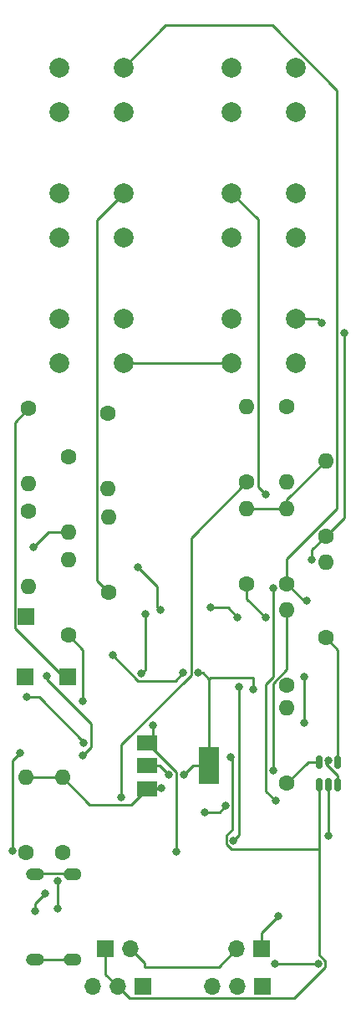
<source format=gbr>
%TF.GenerationSoftware,KiCad,Pcbnew,(6.0.5)*%
%TF.CreationDate,2022-08-02T11:06:51+05:30*%
%TF.ProjectId,ESP12 Smart Remote,45535031-3220-4536-9d61-72742052656d,rev?*%
%TF.SameCoordinates,Original*%
%TF.FileFunction,Copper,L2,Bot*%
%TF.FilePolarity,Positive*%
%FSLAX46Y46*%
G04 Gerber Fmt 4.6, Leading zero omitted, Abs format (unit mm)*
G04 Created by KiCad (PCBNEW (6.0.5)) date 2022-08-02 11:06:51*
%MOMM*%
%LPD*%
G01*
G04 APERTURE LIST*
G04 Aperture macros list*
%AMRoundRect*
0 Rectangle with rounded corners*
0 $1 Rounding radius*
0 $2 $3 $4 $5 $6 $7 $8 $9 X,Y pos of 4 corners*
0 Add a 4 corners polygon primitive as box body*
4,1,4,$2,$3,$4,$5,$6,$7,$8,$9,$2,$3,0*
0 Add four circle primitives for the rounded corners*
1,1,$1+$1,$2,$3*
1,1,$1+$1,$4,$5*
1,1,$1+$1,$6,$7*
1,1,$1+$1,$8,$9*
0 Add four rect primitives between the rounded corners*
20,1,$1+$1,$2,$3,$4,$5,0*
20,1,$1+$1,$4,$5,$6,$7,0*
20,1,$1+$1,$6,$7,$8,$9,0*
20,1,$1+$1,$8,$9,$2,$3,0*%
G04 Aperture macros list end*
%TA.AperFunction,EtchedComponent*%
%ADD10C,0.010000*%
%TD*%
%TA.AperFunction,ComponentPad*%
%ADD11C,2.000000*%
%TD*%
%TA.AperFunction,ComponentPad*%
%ADD12C,1.600000*%
%TD*%
%TA.AperFunction,ComponentPad*%
%ADD13O,1.600000X1.600000*%
%TD*%
%TA.AperFunction,ComponentPad*%
%ADD14R,1.700000X1.700000*%
%TD*%
%TA.AperFunction,ComponentPad*%
%ADD15O,1.700000X1.700000*%
%TD*%
%TA.AperFunction,ComponentPad*%
%ADD16O,1.600000X0.800000*%
%TD*%
%TA.AperFunction,SMDPad,CuDef*%
%ADD17R,2.000000X1.500000*%
%TD*%
%TA.AperFunction,SMDPad,CuDef*%
%ADD18R,2.000000X3.800000*%
%TD*%
%TA.AperFunction,SMDPad,CuDef*%
%ADD19RoundRect,0.150000X0.150000X-0.512500X0.150000X0.512500X-0.150000X0.512500X-0.150000X-0.512500X0*%
%TD*%
%TA.AperFunction,ViaPad*%
%ADD20C,0.800000*%
%TD*%
%TA.AperFunction,Conductor*%
%ADD21C,0.250000*%
%TD*%
G04 APERTURE END LIST*
%TO.C,J1*%
G36*
X140499000Y-126449000D02*
G01*
X140527000Y-126451000D01*
X140556000Y-126455000D01*
X140584000Y-126460000D01*
X140612000Y-126467000D01*
X140640000Y-126475000D01*
X140667000Y-126485000D01*
X140694000Y-126496000D01*
X140720000Y-126508000D01*
X140745000Y-126522000D01*
X140770000Y-126537000D01*
X140793000Y-126553000D01*
X140816000Y-126571000D01*
X140838000Y-126589000D01*
X140859000Y-126609000D01*
X140879000Y-126630000D01*
X140897000Y-126652000D01*
X140915000Y-126675000D01*
X140931000Y-126698000D01*
X140946000Y-126723000D01*
X140960000Y-126748000D01*
X140972000Y-126774000D01*
X140983000Y-126801000D01*
X140993000Y-126828000D01*
X141001000Y-126856000D01*
X141008000Y-126884000D01*
X141013000Y-126912000D01*
X141017000Y-126941000D01*
X141019000Y-126969000D01*
X141020000Y-126998000D01*
X141019000Y-127027000D01*
X141017000Y-127055000D01*
X141013000Y-127084000D01*
X141008000Y-127112000D01*
X141001000Y-127140000D01*
X140993000Y-127168000D01*
X140983000Y-127195000D01*
X140972000Y-127222000D01*
X140960000Y-127248000D01*
X140946000Y-127273000D01*
X140931000Y-127298000D01*
X140915000Y-127321000D01*
X140897000Y-127344000D01*
X140879000Y-127366000D01*
X140859000Y-127387000D01*
X140838000Y-127407000D01*
X140816000Y-127425000D01*
X140793000Y-127443000D01*
X140770000Y-127459000D01*
X140745000Y-127474000D01*
X140720000Y-127488000D01*
X140694000Y-127500000D01*
X140667000Y-127511000D01*
X140640000Y-127521000D01*
X140612000Y-127529000D01*
X140584000Y-127536000D01*
X140556000Y-127541000D01*
X140527000Y-127545000D01*
X140499000Y-127547000D01*
X140470000Y-127548000D01*
X139870000Y-127548000D01*
X139841000Y-127547000D01*
X139813000Y-127545000D01*
X139784000Y-127541000D01*
X139756000Y-127536000D01*
X139728000Y-127529000D01*
X139700000Y-127521000D01*
X139673000Y-127511000D01*
X139646000Y-127500000D01*
X139620000Y-127488000D01*
X139595000Y-127474000D01*
X139570000Y-127459000D01*
X139547000Y-127443000D01*
X139524000Y-127425000D01*
X139502000Y-127407000D01*
X139481000Y-127387000D01*
X139461000Y-127366000D01*
X139443000Y-127344000D01*
X139425000Y-127321000D01*
X139409000Y-127298000D01*
X139394000Y-127273000D01*
X139380000Y-127248000D01*
X139368000Y-127222000D01*
X139357000Y-127195000D01*
X139347000Y-127168000D01*
X139339000Y-127140000D01*
X139332000Y-127112000D01*
X139327000Y-127084000D01*
X139323000Y-127055000D01*
X139321000Y-127027000D01*
X139320000Y-126998000D01*
X139321000Y-126969000D01*
X139323000Y-126941000D01*
X139327000Y-126912000D01*
X139332000Y-126884000D01*
X139339000Y-126856000D01*
X139347000Y-126828000D01*
X139357000Y-126801000D01*
X139368000Y-126774000D01*
X139380000Y-126748000D01*
X139394000Y-126723000D01*
X139409000Y-126698000D01*
X139425000Y-126675000D01*
X139443000Y-126652000D01*
X139461000Y-126630000D01*
X139481000Y-126609000D01*
X139502000Y-126589000D01*
X139524000Y-126571000D01*
X139547000Y-126553000D01*
X139570000Y-126537000D01*
X139595000Y-126522000D01*
X139620000Y-126508000D01*
X139646000Y-126496000D01*
X139673000Y-126485000D01*
X139700000Y-126475000D01*
X139728000Y-126467000D01*
X139756000Y-126460000D01*
X139784000Y-126455000D01*
X139813000Y-126451000D01*
X139841000Y-126449000D01*
X139870000Y-126448000D01*
X140470000Y-126448000D01*
X140499000Y-126449000D01*
G37*
D10*
X140499000Y-126449000D02*
X140527000Y-126451000D01*
X140556000Y-126455000D01*
X140584000Y-126460000D01*
X140612000Y-126467000D01*
X140640000Y-126475000D01*
X140667000Y-126485000D01*
X140694000Y-126496000D01*
X140720000Y-126508000D01*
X140745000Y-126522000D01*
X140770000Y-126537000D01*
X140793000Y-126553000D01*
X140816000Y-126571000D01*
X140838000Y-126589000D01*
X140859000Y-126609000D01*
X140879000Y-126630000D01*
X140897000Y-126652000D01*
X140915000Y-126675000D01*
X140931000Y-126698000D01*
X140946000Y-126723000D01*
X140960000Y-126748000D01*
X140972000Y-126774000D01*
X140983000Y-126801000D01*
X140993000Y-126828000D01*
X141001000Y-126856000D01*
X141008000Y-126884000D01*
X141013000Y-126912000D01*
X141017000Y-126941000D01*
X141019000Y-126969000D01*
X141020000Y-126998000D01*
X141019000Y-127027000D01*
X141017000Y-127055000D01*
X141013000Y-127084000D01*
X141008000Y-127112000D01*
X141001000Y-127140000D01*
X140993000Y-127168000D01*
X140983000Y-127195000D01*
X140972000Y-127222000D01*
X140960000Y-127248000D01*
X140946000Y-127273000D01*
X140931000Y-127298000D01*
X140915000Y-127321000D01*
X140897000Y-127344000D01*
X140879000Y-127366000D01*
X140859000Y-127387000D01*
X140838000Y-127407000D01*
X140816000Y-127425000D01*
X140793000Y-127443000D01*
X140770000Y-127459000D01*
X140745000Y-127474000D01*
X140720000Y-127488000D01*
X140694000Y-127500000D01*
X140667000Y-127511000D01*
X140640000Y-127521000D01*
X140612000Y-127529000D01*
X140584000Y-127536000D01*
X140556000Y-127541000D01*
X140527000Y-127545000D01*
X140499000Y-127547000D01*
X140470000Y-127548000D01*
X139870000Y-127548000D01*
X139841000Y-127547000D01*
X139813000Y-127545000D01*
X139784000Y-127541000D01*
X139756000Y-127536000D01*
X139728000Y-127529000D01*
X139700000Y-127521000D01*
X139673000Y-127511000D01*
X139646000Y-127500000D01*
X139620000Y-127488000D01*
X139595000Y-127474000D01*
X139570000Y-127459000D01*
X139547000Y-127443000D01*
X139524000Y-127425000D01*
X139502000Y-127407000D01*
X139481000Y-127387000D01*
X139461000Y-127366000D01*
X139443000Y-127344000D01*
X139425000Y-127321000D01*
X139409000Y-127298000D01*
X139394000Y-127273000D01*
X139380000Y-127248000D01*
X139368000Y-127222000D01*
X139357000Y-127195000D01*
X139347000Y-127168000D01*
X139339000Y-127140000D01*
X139332000Y-127112000D01*
X139327000Y-127084000D01*
X139323000Y-127055000D01*
X139321000Y-127027000D01*
X139320000Y-126998000D01*
X139321000Y-126969000D01*
X139323000Y-126941000D01*
X139327000Y-126912000D01*
X139332000Y-126884000D01*
X139339000Y-126856000D01*
X139347000Y-126828000D01*
X139357000Y-126801000D01*
X139368000Y-126774000D01*
X139380000Y-126748000D01*
X139394000Y-126723000D01*
X139409000Y-126698000D01*
X139425000Y-126675000D01*
X139443000Y-126652000D01*
X139461000Y-126630000D01*
X139481000Y-126609000D01*
X139502000Y-126589000D01*
X139524000Y-126571000D01*
X139547000Y-126553000D01*
X139570000Y-126537000D01*
X139595000Y-126522000D01*
X139620000Y-126508000D01*
X139646000Y-126496000D01*
X139673000Y-126485000D01*
X139700000Y-126475000D01*
X139728000Y-126467000D01*
X139756000Y-126460000D01*
X139784000Y-126455000D01*
X139813000Y-126451000D01*
X139841000Y-126449000D01*
X139870000Y-126448000D01*
X140470000Y-126448000D01*
X140499000Y-126449000D01*
G36*
X144299000Y-135089000D02*
G01*
X144327000Y-135091000D01*
X144356000Y-135095000D01*
X144384000Y-135100000D01*
X144412000Y-135107000D01*
X144440000Y-135115000D01*
X144467000Y-135125000D01*
X144494000Y-135136000D01*
X144520000Y-135148000D01*
X144545000Y-135162000D01*
X144570000Y-135177000D01*
X144593000Y-135193000D01*
X144616000Y-135211000D01*
X144638000Y-135229000D01*
X144659000Y-135249000D01*
X144679000Y-135270000D01*
X144697000Y-135292000D01*
X144715000Y-135315000D01*
X144731000Y-135338000D01*
X144746000Y-135363000D01*
X144760000Y-135388000D01*
X144772000Y-135414000D01*
X144783000Y-135441000D01*
X144793000Y-135468000D01*
X144801000Y-135496000D01*
X144808000Y-135524000D01*
X144813000Y-135552000D01*
X144817000Y-135581000D01*
X144819000Y-135609000D01*
X144820000Y-135638000D01*
X144819000Y-135667000D01*
X144817000Y-135695000D01*
X144813000Y-135724000D01*
X144808000Y-135752000D01*
X144801000Y-135780000D01*
X144793000Y-135808000D01*
X144783000Y-135835000D01*
X144772000Y-135862000D01*
X144760000Y-135888000D01*
X144746000Y-135913000D01*
X144731000Y-135938000D01*
X144715000Y-135961000D01*
X144697000Y-135984000D01*
X144679000Y-136006000D01*
X144659000Y-136027000D01*
X144638000Y-136047000D01*
X144616000Y-136065000D01*
X144593000Y-136083000D01*
X144570000Y-136099000D01*
X144545000Y-136114000D01*
X144520000Y-136128000D01*
X144494000Y-136140000D01*
X144467000Y-136151000D01*
X144440000Y-136161000D01*
X144412000Y-136169000D01*
X144384000Y-136176000D01*
X144356000Y-136181000D01*
X144327000Y-136185000D01*
X144299000Y-136187000D01*
X144270000Y-136188000D01*
X143670000Y-136188000D01*
X143641000Y-136187000D01*
X143613000Y-136185000D01*
X143584000Y-136181000D01*
X143556000Y-136176000D01*
X143528000Y-136169000D01*
X143500000Y-136161000D01*
X143473000Y-136151000D01*
X143446000Y-136140000D01*
X143420000Y-136128000D01*
X143395000Y-136114000D01*
X143370000Y-136099000D01*
X143347000Y-136083000D01*
X143324000Y-136065000D01*
X143302000Y-136047000D01*
X143281000Y-136027000D01*
X143261000Y-136006000D01*
X143243000Y-135984000D01*
X143225000Y-135961000D01*
X143209000Y-135938000D01*
X143194000Y-135913000D01*
X143180000Y-135888000D01*
X143168000Y-135862000D01*
X143157000Y-135835000D01*
X143147000Y-135808000D01*
X143139000Y-135780000D01*
X143132000Y-135752000D01*
X143127000Y-135724000D01*
X143123000Y-135695000D01*
X143121000Y-135667000D01*
X143120000Y-135638000D01*
X143121000Y-135609000D01*
X143123000Y-135581000D01*
X143127000Y-135552000D01*
X143132000Y-135524000D01*
X143139000Y-135496000D01*
X143147000Y-135468000D01*
X143157000Y-135441000D01*
X143168000Y-135414000D01*
X143180000Y-135388000D01*
X143194000Y-135363000D01*
X143209000Y-135338000D01*
X143225000Y-135315000D01*
X143243000Y-135292000D01*
X143261000Y-135270000D01*
X143281000Y-135249000D01*
X143302000Y-135229000D01*
X143324000Y-135211000D01*
X143347000Y-135193000D01*
X143370000Y-135177000D01*
X143395000Y-135162000D01*
X143420000Y-135148000D01*
X143446000Y-135136000D01*
X143473000Y-135125000D01*
X143500000Y-135115000D01*
X143528000Y-135107000D01*
X143556000Y-135100000D01*
X143584000Y-135095000D01*
X143613000Y-135091000D01*
X143641000Y-135089000D01*
X143670000Y-135088000D01*
X144270000Y-135088000D01*
X144299000Y-135089000D01*
G37*
X144299000Y-135089000D02*
X144327000Y-135091000D01*
X144356000Y-135095000D01*
X144384000Y-135100000D01*
X144412000Y-135107000D01*
X144440000Y-135115000D01*
X144467000Y-135125000D01*
X144494000Y-135136000D01*
X144520000Y-135148000D01*
X144545000Y-135162000D01*
X144570000Y-135177000D01*
X144593000Y-135193000D01*
X144616000Y-135211000D01*
X144638000Y-135229000D01*
X144659000Y-135249000D01*
X144679000Y-135270000D01*
X144697000Y-135292000D01*
X144715000Y-135315000D01*
X144731000Y-135338000D01*
X144746000Y-135363000D01*
X144760000Y-135388000D01*
X144772000Y-135414000D01*
X144783000Y-135441000D01*
X144793000Y-135468000D01*
X144801000Y-135496000D01*
X144808000Y-135524000D01*
X144813000Y-135552000D01*
X144817000Y-135581000D01*
X144819000Y-135609000D01*
X144820000Y-135638000D01*
X144819000Y-135667000D01*
X144817000Y-135695000D01*
X144813000Y-135724000D01*
X144808000Y-135752000D01*
X144801000Y-135780000D01*
X144793000Y-135808000D01*
X144783000Y-135835000D01*
X144772000Y-135862000D01*
X144760000Y-135888000D01*
X144746000Y-135913000D01*
X144731000Y-135938000D01*
X144715000Y-135961000D01*
X144697000Y-135984000D01*
X144679000Y-136006000D01*
X144659000Y-136027000D01*
X144638000Y-136047000D01*
X144616000Y-136065000D01*
X144593000Y-136083000D01*
X144570000Y-136099000D01*
X144545000Y-136114000D01*
X144520000Y-136128000D01*
X144494000Y-136140000D01*
X144467000Y-136151000D01*
X144440000Y-136161000D01*
X144412000Y-136169000D01*
X144384000Y-136176000D01*
X144356000Y-136181000D01*
X144327000Y-136185000D01*
X144299000Y-136187000D01*
X144270000Y-136188000D01*
X143670000Y-136188000D01*
X143641000Y-136187000D01*
X143613000Y-136185000D01*
X143584000Y-136181000D01*
X143556000Y-136176000D01*
X143528000Y-136169000D01*
X143500000Y-136161000D01*
X143473000Y-136151000D01*
X143446000Y-136140000D01*
X143420000Y-136128000D01*
X143395000Y-136114000D01*
X143370000Y-136099000D01*
X143347000Y-136083000D01*
X143324000Y-136065000D01*
X143302000Y-136047000D01*
X143281000Y-136027000D01*
X143261000Y-136006000D01*
X143243000Y-135984000D01*
X143225000Y-135961000D01*
X143209000Y-135938000D01*
X143194000Y-135913000D01*
X143180000Y-135888000D01*
X143168000Y-135862000D01*
X143157000Y-135835000D01*
X143147000Y-135808000D01*
X143139000Y-135780000D01*
X143132000Y-135752000D01*
X143127000Y-135724000D01*
X143123000Y-135695000D01*
X143121000Y-135667000D01*
X143120000Y-135638000D01*
X143121000Y-135609000D01*
X143123000Y-135581000D01*
X143127000Y-135552000D01*
X143132000Y-135524000D01*
X143139000Y-135496000D01*
X143147000Y-135468000D01*
X143157000Y-135441000D01*
X143168000Y-135414000D01*
X143180000Y-135388000D01*
X143194000Y-135363000D01*
X143209000Y-135338000D01*
X143225000Y-135315000D01*
X143243000Y-135292000D01*
X143261000Y-135270000D01*
X143281000Y-135249000D01*
X143302000Y-135229000D01*
X143324000Y-135211000D01*
X143347000Y-135193000D01*
X143370000Y-135177000D01*
X143395000Y-135162000D01*
X143420000Y-135148000D01*
X143446000Y-135136000D01*
X143473000Y-135125000D01*
X143500000Y-135115000D01*
X143528000Y-135107000D01*
X143556000Y-135100000D01*
X143584000Y-135095000D01*
X143613000Y-135091000D01*
X143641000Y-135089000D01*
X143670000Y-135088000D01*
X144270000Y-135088000D01*
X144299000Y-135089000D01*
G36*
X144299000Y-126449000D02*
G01*
X144327000Y-126451000D01*
X144356000Y-126455000D01*
X144384000Y-126460000D01*
X144412000Y-126467000D01*
X144440000Y-126475000D01*
X144467000Y-126485000D01*
X144494000Y-126496000D01*
X144520000Y-126508000D01*
X144545000Y-126522000D01*
X144570000Y-126537000D01*
X144593000Y-126553000D01*
X144616000Y-126571000D01*
X144638000Y-126589000D01*
X144659000Y-126609000D01*
X144679000Y-126630000D01*
X144697000Y-126652000D01*
X144715000Y-126675000D01*
X144731000Y-126698000D01*
X144746000Y-126723000D01*
X144760000Y-126748000D01*
X144772000Y-126774000D01*
X144783000Y-126801000D01*
X144793000Y-126828000D01*
X144801000Y-126856000D01*
X144808000Y-126884000D01*
X144813000Y-126912000D01*
X144817000Y-126941000D01*
X144819000Y-126969000D01*
X144820000Y-126998000D01*
X144819000Y-127027000D01*
X144817000Y-127055000D01*
X144813000Y-127084000D01*
X144808000Y-127112000D01*
X144801000Y-127140000D01*
X144793000Y-127168000D01*
X144783000Y-127195000D01*
X144772000Y-127222000D01*
X144760000Y-127248000D01*
X144746000Y-127273000D01*
X144731000Y-127298000D01*
X144715000Y-127321000D01*
X144697000Y-127344000D01*
X144679000Y-127366000D01*
X144659000Y-127387000D01*
X144638000Y-127407000D01*
X144616000Y-127425000D01*
X144593000Y-127443000D01*
X144570000Y-127459000D01*
X144545000Y-127474000D01*
X144520000Y-127488000D01*
X144494000Y-127500000D01*
X144467000Y-127511000D01*
X144440000Y-127521000D01*
X144412000Y-127529000D01*
X144384000Y-127536000D01*
X144356000Y-127541000D01*
X144327000Y-127545000D01*
X144299000Y-127547000D01*
X144270000Y-127548000D01*
X143670000Y-127548000D01*
X143641000Y-127547000D01*
X143613000Y-127545000D01*
X143584000Y-127541000D01*
X143556000Y-127536000D01*
X143528000Y-127529000D01*
X143500000Y-127521000D01*
X143473000Y-127511000D01*
X143446000Y-127500000D01*
X143420000Y-127488000D01*
X143395000Y-127474000D01*
X143370000Y-127459000D01*
X143347000Y-127443000D01*
X143324000Y-127425000D01*
X143302000Y-127407000D01*
X143281000Y-127387000D01*
X143261000Y-127366000D01*
X143243000Y-127344000D01*
X143225000Y-127321000D01*
X143209000Y-127298000D01*
X143194000Y-127273000D01*
X143180000Y-127248000D01*
X143168000Y-127222000D01*
X143157000Y-127195000D01*
X143147000Y-127168000D01*
X143139000Y-127140000D01*
X143132000Y-127112000D01*
X143127000Y-127084000D01*
X143123000Y-127055000D01*
X143121000Y-127027000D01*
X143120000Y-126998000D01*
X143121000Y-126969000D01*
X143123000Y-126941000D01*
X143127000Y-126912000D01*
X143132000Y-126884000D01*
X143139000Y-126856000D01*
X143147000Y-126828000D01*
X143157000Y-126801000D01*
X143168000Y-126774000D01*
X143180000Y-126748000D01*
X143194000Y-126723000D01*
X143209000Y-126698000D01*
X143225000Y-126675000D01*
X143243000Y-126652000D01*
X143261000Y-126630000D01*
X143281000Y-126609000D01*
X143302000Y-126589000D01*
X143324000Y-126571000D01*
X143347000Y-126553000D01*
X143370000Y-126537000D01*
X143395000Y-126522000D01*
X143420000Y-126508000D01*
X143446000Y-126496000D01*
X143473000Y-126485000D01*
X143500000Y-126475000D01*
X143528000Y-126467000D01*
X143556000Y-126460000D01*
X143584000Y-126455000D01*
X143613000Y-126451000D01*
X143641000Y-126449000D01*
X143670000Y-126448000D01*
X144270000Y-126448000D01*
X144299000Y-126449000D01*
G37*
X144299000Y-126449000D02*
X144327000Y-126451000D01*
X144356000Y-126455000D01*
X144384000Y-126460000D01*
X144412000Y-126467000D01*
X144440000Y-126475000D01*
X144467000Y-126485000D01*
X144494000Y-126496000D01*
X144520000Y-126508000D01*
X144545000Y-126522000D01*
X144570000Y-126537000D01*
X144593000Y-126553000D01*
X144616000Y-126571000D01*
X144638000Y-126589000D01*
X144659000Y-126609000D01*
X144679000Y-126630000D01*
X144697000Y-126652000D01*
X144715000Y-126675000D01*
X144731000Y-126698000D01*
X144746000Y-126723000D01*
X144760000Y-126748000D01*
X144772000Y-126774000D01*
X144783000Y-126801000D01*
X144793000Y-126828000D01*
X144801000Y-126856000D01*
X144808000Y-126884000D01*
X144813000Y-126912000D01*
X144817000Y-126941000D01*
X144819000Y-126969000D01*
X144820000Y-126998000D01*
X144819000Y-127027000D01*
X144817000Y-127055000D01*
X144813000Y-127084000D01*
X144808000Y-127112000D01*
X144801000Y-127140000D01*
X144793000Y-127168000D01*
X144783000Y-127195000D01*
X144772000Y-127222000D01*
X144760000Y-127248000D01*
X144746000Y-127273000D01*
X144731000Y-127298000D01*
X144715000Y-127321000D01*
X144697000Y-127344000D01*
X144679000Y-127366000D01*
X144659000Y-127387000D01*
X144638000Y-127407000D01*
X144616000Y-127425000D01*
X144593000Y-127443000D01*
X144570000Y-127459000D01*
X144545000Y-127474000D01*
X144520000Y-127488000D01*
X144494000Y-127500000D01*
X144467000Y-127511000D01*
X144440000Y-127521000D01*
X144412000Y-127529000D01*
X144384000Y-127536000D01*
X144356000Y-127541000D01*
X144327000Y-127545000D01*
X144299000Y-127547000D01*
X144270000Y-127548000D01*
X143670000Y-127548000D01*
X143641000Y-127547000D01*
X143613000Y-127545000D01*
X143584000Y-127541000D01*
X143556000Y-127536000D01*
X143528000Y-127529000D01*
X143500000Y-127521000D01*
X143473000Y-127511000D01*
X143446000Y-127500000D01*
X143420000Y-127488000D01*
X143395000Y-127474000D01*
X143370000Y-127459000D01*
X143347000Y-127443000D01*
X143324000Y-127425000D01*
X143302000Y-127407000D01*
X143281000Y-127387000D01*
X143261000Y-127366000D01*
X143243000Y-127344000D01*
X143225000Y-127321000D01*
X143209000Y-127298000D01*
X143194000Y-127273000D01*
X143180000Y-127248000D01*
X143168000Y-127222000D01*
X143157000Y-127195000D01*
X143147000Y-127168000D01*
X143139000Y-127140000D01*
X143132000Y-127112000D01*
X143127000Y-127084000D01*
X143123000Y-127055000D01*
X143121000Y-127027000D01*
X143120000Y-126998000D01*
X143121000Y-126969000D01*
X143123000Y-126941000D01*
X143127000Y-126912000D01*
X143132000Y-126884000D01*
X143139000Y-126856000D01*
X143147000Y-126828000D01*
X143157000Y-126801000D01*
X143168000Y-126774000D01*
X143180000Y-126748000D01*
X143194000Y-126723000D01*
X143209000Y-126698000D01*
X143225000Y-126675000D01*
X143243000Y-126652000D01*
X143261000Y-126630000D01*
X143281000Y-126609000D01*
X143302000Y-126589000D01*
X143324000Y-126571000D01*
X143347000Y-126553000D01*
X143370000Y-126537000D01*
X143395000Y-126522000D01*
X143420000Y-126508000D01*
X143446000Y-126496000D01*
X143473000Y-126485000D01*
X143500000Y-126475000D01*
X143528000Y-126467000D01*
X143556000Y-126460000D01*
X143584000Y-126455000D01*
X143613000Y-126451000D01*
X143641000Y-126449000D01*
X143670000Y-126448000D01*
X144270000Y-126448000D01*
X144299000Y-126449000D01*
G36*
X140499000Y-135089000D02*
G01*
X140527000Y-135091000D01*
X140556000Y-135095000D01*
X140584000Y-135100000D01*
X140612000Y-135107000D01*
X140640000Y-135115000D01*
X140667000Y-135125000D01*
X140694000Y-135136000D01*
X140720000Y-135148000D01*
X140745000Y-135162000D01*
X140770000Y-135177000D01*
X140793000Y-135193000D01*
X140816000Y-135211000D01*
X140838000Y-135229000D01*
X140859000Y-135249000D01*
X140879000Y-135270000D01*
X140897000Y-135292000D01*
X140915000Y-135315000D01*
X140931000Y-135338000D01*
X140946000Y-135363000D01*
X140960000Y-135388000D01*
X140972000Y-135414000D01*
X140983000Y-135441000D01*
X140993000Y-135468000D01*
X141001000Y-135496000D01*
X141008000Y-135524000D01*
X141013000Y-135552000D01*
X141017000Y-135581000D01*
X141019000Y-135609000D01*
X141020000Y-135638000D01*
X141019000Y-135667000D01*
X141017000Y-135695000D01*
X141013000Y-135724000D01*
X141008000Y-135752000D01*
X141001000Y-135780000D01*
X140993000Y-135808000D01*
X140983000Y-135835000D01*
X140972000Y-135862000D01*
X140960000Y-135888000D01*
X140946000Y-135913000D01*
X140931000Y-135938000D01*
X140915000Y-135961000D01*
X140897000Y-135984000D01*
X140879000Y-136006000D01*
X140859000Y-136027000D01*
X140838000Y-136047000D01*
X140816000Y-136065000D01*
X140793000Y-136083000D01*
X140770000Y-136099000D01*
X140745000Y-136114000D01*
X140720000Y-136128000D01*
X140694000Y-136140000D01*
X140667000Y-136151000D01*
X140640000Y-136161000D01*
X140612000Y-136169000D01*
X140584000Y-136176000D01*
X140556000Y-136181000D01*
X140527000Y-136185000D01*
X140499000Y-136187000D01*
X140470000Y-136188000D01*
X139870000Y-136188000D01*
X139841000Y-136187000D01*
X139813000Y-136185000D01*
X139784000Y-136181000D01*
X139756000Y-136176000D01*
X139728000Y-136169000D01*
X139700000Y-136161000D01*
X139673000Y-136151000D01*
X139646000Y-136140000D01*
X139620000Y-136128000D01*
X139595000Y-136114000D01*
X139570000Y-136099000D01*
X139547000Y-136083000D01*
X139524000Y-136065000D01*
X139502000Y-136047000D01*
X139481000Y-136027000D01*
X139461000Y-136006000D01*
X139443000Y-135984000D01*
X139425000Y-135961000D01*
X139409000Y-135938000D01*
X139394000Y-135913000D01*
X139380000Y-135888000D01*
X139368000Y-135862000D01*
X139357000Y-135835000D01*
X139347000Y-135808000D01*
X139339000Y-135780000D01*
X139332000Y-135752000D01*
X139327000Y-135724000D01*
X139323000Y-135695000D01*
X139321000Y-135667000D01*
X139320000Y-135638000D01*
X139321000Y-135609000D01*
X139323000Y-135581000D01*
X139327000Y-135552000D01*
X139332000Y-135524000D01*
X139339000Y-135496000D01*
X139347000Y-135468000D01*
X139357000Y-135441000D01*
X139368000Y-135414000D01*
X139380000Y-135388000D01*
X139394000Y-135363000D01*
X139409000Y-135338000D01*
X139425000Y-135315000D01*
X139443000Y-135292000D01*
X139461000Y-135270000D01*
X139481000Y-135249000D01*
X139502000Y-135229000D01*
X139524000Y-135211000D01*
X139547000Y-135193000D01*
X139570000Y-135177000D01*
X139595000Y-135162000D01*
X139620000Y-135148000D01*
X139646000Y-135136000D01*
X139673000Y-135125000D01*
X139700000Y-135115000D01*
X139728000Y-135107000D01*
X139756000Y-135100000D01*
X139784000Y-135095000D01*
X139813000Y-135091000D01*
X139841000Y-135089000D01*
X139870000Y-135088000D01*
X140470000Y-135088000D01*
X140499000Y-135089000D01*
G37*
X140499000Y-135089000D02*
X140527000Y-135091000D01*
X140556000Y-135095000D01*
X140584000Y-135100000D01*
X140612000Y-135107000D01*
X140640000Y-135115000D01*
X140667000Y-135125000D01*
X140694000Y-135136000D01*
X140720000Y-135148000D01*
X140745000Y-135162000D01*
X140770000Y-135177000D01*
X140793000Y-135193000D01*
X140816000Y-135211000D01*
X140838000Y-135229000D01*
X140859000Y-135249000D01*
X140879000Y-135270000D01*
X140897000Y-135292000D01*
X140915000Y-135315000D01*
X140931000Y-135338000D01*
X140946000Y-135363000D01*
X140960000Y-135388000D01*
X140972000Y-135414000D01*
X140983000Y-135441000D01*
X140993000Y-135468000D01*
X141001000Y-135496000D01*
X141008000Y-135524000D01*
X141013000Y-135552000D01*
X141017000Y-135581000D01*
X141019000Y-135609000D01*
X141020000Y-135638000D01*
X141019000Y-135667000D01*
X141017000Y-135695000D01*
X141013000Y-135724000D01*
X141008000Y-135752000D01*
X141001000Y-135780000D01*
X140993000Y-135808000D01*
X140983000Y-135835000D01*
X140972000Y-135862000D01*
X140960000Y-135888000D01*
X140946000Y-135913000D01*
X140931000Y-135938000D01*
X140915000Y-135961000D01*
X140897000Y-135984000D01*
X140879000Y-136006000D01*
X140859000Y-136027000D01*
X140838000Y-136047000D01*
X140816000Y-136065000D01*
X140793000Y-136083000D01*
X140770000Y-136099000D01*
X140745000Y-136114000D01*
X140720000Y-136128000D01*
X140694000Y-136140000D01*
X140667000Y-136151000D01*
X140640000Y-136161000D01*
X140612000Y-136169000D01*
X140584000Y-136176000D01*
X140556000Y-136181000D01*
X140527000Y-136185000D01*
X140499000Y-136187000D01*
X140470000Y-136188000D01*
X139870000Y-136188000D01*
X139841000Y-136187000D01*
X139813000Y-136185000D01*
X139784000Y-136181000D01*
X139756000Y-136176000D01*
X139728000Y-136169000D01*
X139700000Y-136161000D01*
X139673000Y-136151000D01*
X139646000Y-136140000D01*
X139620000Y-136128000D01*
X139595000Y-136114000D01*
X139570000Y-136099000D01*
X139547000Y-136083000D01*
X139524000Y-136065000D01*
X139502000Y-136047000D01*
X139481000Y-136027000D01*
X139461000Y-136006000D01*
X139443000Y-135984000D01*
X139425000Y-135961000D01*
X139409000Y-135938000D01*
X139394000Y-135913000D01*
X139380000Y-135888000D01*
X139368000Y-135862000D01*
X139357000Y-135835000D01*
X139347000Y-135808000D01*
X139339000Y-135780000D01*
X139332000Y-135752000D01*
X139327000Y-135724000D01*
X139323000Y-135695000D01*
X139321000Y-135667000D01*
X139320000Y-135638000D01*
X139321000Y-135609000D01*
X139323000Y-135581000D01*
X139327000Y-135552000D01*
X139332000Y-135524000D01*
X139339000Y-135496000D01*
X139347000Y-135468000D01*
X139357000Y-135441000D01*
X139368000Y-135414000D01*
X139380000Y-135388000D01*
X139394000Y-135363000D01*
X139409000Y-135338000D01*
X139425000Y-135315000D01*
X139443000Y-135292000D01*
X139461000Y-135270000D01*
X139481000Y-135249000D01*
X139502000Y-135229000D01*
X139524000Y-135211000D01*
X139547000Y-135193000D01*
X139570000Y-135177000D01*
X139595000Y-135162000D01*
X139620000Y-135148000D01*
X139646000Y-135136000D01*
X139673000Y-135125000D01*
X139700000Y-135115000D01*
X139728000Y-135107000D01*
X139756000Y-135100000D01*
X139784000Y-135095000D01*
X139813000Y-135091000D01*
X139841000Y-135089000D01*
X139870000Y-135088000D01*
X140470000Y-135088000D01*
X140499000Y-135089000D01*
%TD*%
D11*
%TO.P,SW6,1,1*%
%TO.N,D2*%
X166616000Y-70800000D03*
X160116000Y-70800000D03*
%TO.P,SW6,2,2*%
%TO.N,3V3*%
X166616000Y-75300000D03*
X160116000Y-75300000D03*
%TD*%
D12*
%TO.P,R6,1*%
%TO.N,Net-(R6-Pad1)*%
X143637000Y-102870000D03*
D13*
%TO.P,R6,2*%
%TO.N,GND*%
X143637000Y-95250000D03*
%TD*%
D12*
%TO.P,R5,1*%
%TO.N,3V3*%
X139573000Y-90297000D03*
D13*
%TO.P,R5,2*%
%TO.N,GPIO0*%
X139573000Y-97917000D03*
%TD*%
D12*
%TO.P,R15,1*%
%TO.N,D1*%
X161671000Y-87376000D03*
D13*
%TO.P,R15,2*%
%TO.N,GND*%
X161671000Y-79756000D03*
%TD*%
D11*
%TO.P,SW4,1,1*%
%TO.N,D7*%
X160116000Y-58100000D03*
X166616000Y-58100000D03*
%TO.P,SW4,2,2*%
%TO.N,3V3*%
X166616000Y-62600000D03*
X160116000Y-62600000D03*
%TD*%
D12*
%TO.P,R8,1*%
%TO.N,Net-(J8-Pad2)*%
X165735000Y-117856000D03*
D13*
%TO.P,R8,2*%
%TO.N,Net-(D1-Pad2)*%
X165735000Y-110236000D03*
%TD*%
D11*
%TO.P,SW1,1,1*%
%TO.N,D6*%
X142660000Y-45400000D03*
X149160000Y-45400000D03*
%TO.P,SW1,2,2*%
%TO.N,3V3*%
X149160000Y-49900000D03*
X142660000Y-49900000D03*
%TD*%
D14*
%TO.P,J7,1,Pin_1*%
%TO.N,Net-(J6-Pad4)*%
X163195000Y-134620000D03*
D15*
%TO.P,J7,2,Pin_2*%
%TO.N,GND*%
X160655000Y-134620000D03*
%TD*%
D11*
%TO.P,SW3,1,1*%
%TO.N,D5*%
X149160000Y-58100000D03*
X142660000Y-58100000D03*
%TO.P,SW3,2,2*%
%TO.N,3V3*%
X149160000Y-62600000D03*
X142660000Y-62600000D03*
%TD*%
D12*
%TO.P,R11,1*%
%TO.N,TX*%
X139573000Y-79883000D03*
D13*
%TO.P,R11,2*%
%TO.N,3V3*%
X139573000Y-87503000D03*
%TD*%
D14*
%TO.P,SW7,1,A*%
%TO.N,VCC*%
X151115000Y-138430000D03*
D15*
%TO.P,SW7,2,B*%
%TO.N,Battery O{slash}P*%
X148575000Y-138430000D03*
%TO.P,SW7,3,C*%
%TO.N,unconnected-(SW7-Pad3)*%
X146035000Y-138430000D03*
%TD*%
D11*
%TO.P,SW2,1,1*%
%TO.N,TX*%
X166616000Y-45400000D03*
X160116000Y-45400000D03*
%TO.P,SW2,2,2*%
%TO.N,GND*%
X160116000Y-49900000D03*
X166616000Y-49900000D03*
%TD*%
D14*
%TO.P,J2,1,Pin_1*%
%TO.N,TX*%
X143510000Y-107061000D03*
%TD*%
D12*
%TO.P,R16,1*%
%TO.N,D2*%
X169672000Y-92837000D03*
D13*
%TO.P,R16,2*%
%TO.N,GND*%
X169672000Y-85217000D03*
%TD*%
D14*
%TO.P,J4,1,Pin_1*%
%TO.N,Net-(J4-Pad1)*%
X139192000Y-107061000D03*
%TD*%
D12*
%TO.P,R7,1*%
%TO.N,3V3*%
X143637000Y-84836000D03*
D13*
%TO.P,R7,2*%
%TO.N,Net-(J4-Pad1)*%
X143637000Y-92456000D03*
%TD*%
D12*
%TO.P,R12,1*%
%TO.N,D5*%
X147701000Y-98552000D03*
D13*
%TO.P,R12,2*%
%TO.N,GND*%
X147701000Y-90932000D03*
%TD*%
D12*
%TO.P,R1,1*%
%TO.N,3V3*%
X165735000Y-79756000D03*
D13*
%TO.P,R1,2*%
%TO.N,Net-(R1-Pad2)*%
X165735000Y-87376000D03*
%TD*%
D12*
%TO.P,R13,1*%
%TO.N,Net-(R13-Pad1)*%
X169672000Y-103124000D03*
D13*
%TO.P,R13,2*%
%TO.N,GND*%
X169672000Y-95504000D03*
%TD*%
D12*
%TO.P,R3,1*%
%TO.N,Net-(J1-PadB5)*%
X139319000Y-124841000D03*
D13*
%TO.P,R3,2*%
%TO.N,GND*%
X139319000Y-117221000D03*
%TD*%
D12*
%TO.P,R14,1*%
%TO.N,D7*%
X161671000Y-97663000D03*
D13*
%TO.P,R14,2*%
%TO.N,GND*%
X161671000Y-90043000D03*
%TD*%
D14*
%TO.P,J3,1,Pin_1*%
%TO.N,Net-(J3-Pad1)*%
X139319000Y-100965000D03*
%TD*%
D12*
%TO.P,R9,1*%
%TO.N,Net-(D2-Pad1)*%
X165735000Y-107950000D03*
D13*
%TO.P,R9,2*%
%TO.N,GND*%
X165735000Y-100330000D03*
%TD*%
D14*
%TO.P,J8,1,Pin_1*%
%TO.N,Micro USB*%
X163211000Y-138430000D03*
D15*
%TO.P,J8,2,Pin_2*%
%TO.N,Net-(J8-Pad2)*%
X160671000Y-138430000D03*
%TO.P,J8,3,Pin_3*%
%TO.N,Net-(C1-Pad1)*%
X158131000Y-138430000D03*
%TD*%
D14*
%TO.P,J5,1,Pin_1*%
%TO.N,Battery O{slash}P*%
X147340000Y-134595000D03*
D15*
%TO.P,J5,2,Pin_2*%
%TO.N,GND*%
X149880000Y-134595000D03*
%TD*%
D12*
%TO.P,R2,1*%
%TO.N,3V3*%
X147574000Y-80391000D03*
D13*
%TO.P,R2,2*%
%TO.N,Net-(R2-Pad2)*%
X147574000Y-88011000D03*
%TD*%
D16*
%TO.P,J1,S1,SHIELD*%
%TO.N,GND*%
X143970000Y-126998000D03*
%TO.P,J1,S2,SHIELD*%
X143970000Y-135638000D03*
%TO.P,J1,S3,SHIELD*%
X140170000Y-126998000D03*
%TO.P,J1,S4,SHIELD*%
X140170000Y-135638000D03*
%TD*%
D12*
%TO.P,R4,1*%
%TO.N,Net-(J1-PadA5)*%
X143002000Y-124841000D03*
D13*
%TO.P,R4,2*%
%TO.N,GND*%
X143002000Y-117221000D03*
%TD*%
D11*
%TO.P,SW5,1,1*%
%TO.N,D1*%
X149160000Y-70800000D03*
X142660000Y-70800000D03*
%TO.P,SW5,2,2*%
%TO.N,3V3*%
X142660000Y-75300000D03*
X149160000Y-75300000D03*
%TD*%
D12*
%TO.P,R10,1*%
%TO.N,D6*%
X165735000Y-97663000D03*
D13*
%TO.P,R10,2*%
%TO.N,GND*%
X165735000Y-90043000D03*
%TD*%
D17*
%TO.P,U3,1,GND*%
%TO.N,GND*%
X151536000Y-118378000D03*
D18*
%TO.P,U3,2,VO*%
%TO.N,3V3*%
X157836000Y-116078000D03*
D17*
X151536000Y-116078000D03*
%TO.P,U3,3,VI*%
%TO.N,VCC*%
X151536000Y-113778000D03*
%TD*%
D19*
%TO.P,U2,1,STAT*%
%TO.N,Net-(D1-Pad1)*%
X170876000Y-117977500D03*
%TO.P,U2,2,VSS*%
%TO.N,GND*%
X169926000Y-117977500D03*
%TO.P,U2,3,VBAT*%
%TO.N,Battery O{slash}P*%
X168976000Y-117977500D03*
%TO.P,U2,4,VDD*%
%TO.N,Net-(J8-Pad2)*%
X168976000Y-115702500D03*
%TO.P,U2,5,PROG*%
%TO.N,Net-(R13-Pad1)*%
X170876000Y-115702500D03*
%TD*%
D20*
%TO.N,Net-(R1-Pad2)*%
X164592000Y-119634000D03*
X164338000Y-98081500D03*
%TO.N,Net-(C1-Pad1)*%
X138684000Y-114808000D03*
X137922000Y-124714000D03*
%TO.N,GND*%
X160709649Y-101019649D03*
X159512000Y-120142000D03*
X164532201Y-136084201D03*
X164338000Y-116586000D03*
X168910000Y-136144000D03*
X152908000Y-100330000D03*
X150659500Y-96012000D03*
X157367446Y-120762555D03*
X157988000Y-100076000D03*
X169926000Y-123190000D03*
X153035000Y-118364000D03*
%TO.N,Battery O{slash}P*%
X160020000Y-115171500D03*
%TO.N,VCC*%
X154487842Y-124743287D03*
X152146000Y-112014000D03*
%TO.N,3V3*%
X148082000Y-104902000D03*
X155194000Y-106680000D03*
X153731872Y-116998470D03*
X156746610Y-106680000D03*
X155321000Y-116967000D03*
X162306000Y-108331000D03*
%TO.N,Net-(D1-Pad1)*%
X169976500Y-115570000D03*
%TO.N,Net-(J1-PadA5)*%
X142494000Y-130556000D03*
X142494000Y-127762000D03*
%TO.N,Net-(J1-PadB5)*%
X140208000Y-130810000D03*
X141224000Y-129032000D03*
%TO.N,Net-(J4-Pad1)*%
X139336201Y-109110201D03*
X140081000Y-93980000D03*
X145161000Y-113792000D03*
%TO.N,Net-(J6-Pad4)*%
X164846000Y-131318000D03*
%TO.N,Net-(R2-Pad2)*%
X150996888Y-106730465D03*
X151384000Y-100711000D03*
%TO.N,GPIO0*%
X145034000Y-115062000D03*
X141431701Y-107014701D03*
%TO.N,Net-(R6-Pad1)*%
X145079473Y-109524746D03*
%TO.N,D6*%
X167513000Y-111760000D03*
X167513000Y-107061000D03*
X167707799Y-99381799D03*
%TO.N,D7*%
X163576000Y-101092000D03*
X163576000Y-88646000D03*
%TO.N,D1*%
X148971000Y-119253000D03*
%TO.N,D2*%
X169291000Y-71247000D03*
X171521011Y-72263000D03*
X168275000Y-95250000D03*
X160288446Y-123683555D03*
X160909000Y-108077000D03*
%TD*%
D21*
%TO.N,Net-(R13-Pad1)*%
X170876000Y-104328000D02*
X169672000Y-103124000D01*
X170876000Y-115702500D02*
X170876000Y-104328000D01*
%TO.N,Net-(R1-Pad2)*%
X163613489Y-118655489D02*
X164592000Y-119634000D01*
X163613489Y-107793407D02*
X163613489Y-118655489D01*
X164338000Y-107068896D02*
X163613489Y-107793407D01*
X164338000Y-98081500D02*
X164338000Y-107068896D01*
%TO.N,Net-(C1-Pad1)*%
X137922000Y-115570000D02*
X138684000Y-114808000D01*
X137922000Y-124714000D02*
X137922000Y-115570000D01*
%TO.N,GND*%
X169926000Y-122475621D02*
X169926000Y-123190000D01*
X153021000Y-118378000D02*
X153035000Y-118364000D01*
X164338000Y-107704614D02*
X164338000Y-116586000D01*
X152574621Y-99996621D02*
X152908000Y-100330000D01*
X169672000Y-85217000D02*
X165735000Y-89154000D01*
X139319000Y-117221000D02*
X143002000Y-117221000D01*
X160709649Y-101019649D02*
X159766000Y-100076000D01*
X150659500Y-96012000D02*
X152574621Y-97927121D01*
X145758511Y-119977511D02*
X143002000Y-117221000D01*
X165735000Y-89154000D02*
X165735000Y-90043000D01*
X140170000Y-126998000D02*
X143970000Y-126998000D01*
X151289521Y-136446521D02*
X151289521Y-136004521D01*
X161671000Y-90043000D02*
X165735000Y-90043000D01*
X168850201Y-136084201D02*
X168910000Y-136144000D01*
X158828479Y-136446521D02*
X160655000Y-134620000D01*
X169926000Y-117977500D02*
X169926000Y-122475621D01*
X151536000Y-118378000D02*
X149936489Y-119977511D01*
X165735000Y-106307614D02*
X164338000Y-107704614D01*
X151289521Y-136446521D02*
X158828479Y-136446521D01*
X158891445Y-120762555D02*
X159512000Y-120142000D01*
X149936489Y-119977511D02*
X145758511Y-119977511D01*
X151536000Y-118378000D02*
X153021000Y-118378000D01*
X164532201Y-136084201D02*
X168850201Y-136084201D01*
X157367446Y-120762555D02*
X158891445Y-120762555D01*
X151289521Y-136004521D02*
X149880000Y-134595000D01*
X152574621Y-97927121D02*
X152574621Y-99996621D01*
X165735000Y-100330000D02*
X165735000Y-106307614D01*
X159766000Y-100076000D02*
X157988000Y-100076000D01*
X140170000Y-135638000D02*
X143970000Y-135638000D01*
%TO.N,Battery O{slash}P*%
X160106277Y-124526000D02*
X168976000Y-124526000D01*
X147340000Y-137195000D02*
X148575000Y-138430000D01*
X160236511Y-115388011D02*
X160236511Y-122465489D01*
X169634511Y-135843897D02*
X169634511Y-136444103D01*
X149749511Y-139604511D02*
X148575000Y-138430000D01*
X160020000Y-115171500D02*
X160236511Y-115388011D01*
X166474103Y-139604511D02*
X149749511Y-139604511D01*
X159563935Y-123983658D02*
X160106277Y-124526000D01*
X168976000Y-117977500D02*
X168976000Y-124526000D01*
X168976000Y-135185386D02*
X169634511Y-135843897D01*
X159563935Y-123138065D02*
X159563935Y-123983658D01*
X160236511Y-122465489D02*
X159563935Y-123138065D01*
X147340000Y-134595000D02*
X147340000Y-137195000D01*
X168976000Y-124526000D02*
X168976000Y-135185386D01*
X169634511Y-136444103D02*
X166474103Y-139604511D01*
%TO.N,VCC*%
X152146000Y-112014000D02*
X152146000Y-113168000D01*
X152146000Y-113168000D02*
X151536000Y-113778000D01*
X154487842Y-124743287D02*
X154487842Y-116729842D01*
X154487842Y-116729842D02*
X151536000Y-113778000D01*
%TO.N,3V3*%
X156210000Y-116078000D02*
X157836000Y-116078000D01*
X157836000Y-116078000D02*
X157836000Y-107340000D01*
X157836000Y-107340000D02*
X157861000Y-107315000D01*
X156746610Y-106680000D02*
X157226000Y-106680000D01*
X154419024Y-107454976D02*
X155194000Y-106680000D01*
X151536000Y-116078000D02*
X152811402Y-116078000D01*
X150634976Y-107454976D02*
X154419024Y-107454976D01*
X157861000Y-107315000D02*
X157988000Y-107188000D01*
X148082000Y-104902000D02*
X150634976Y-107454976D01*
X157988000Y-107188000D02*
X162306000Y-107188000D01*
X149160000Y-75300000D02*
X160116000Y-75300000D01*
X155321000Y-116967000D02*
X156210000Y-116078000D01*
X152811402Y-116078000D02*
X153731872Y-116998470D01*
X157226000Y-106680000D02*
X157861000Y-107315000D01*
X162306000Y-107188000D02*
X162306000Y-108331000D01*
%TO.N,Net-(D1-Pad1)*%
X170876000Y-117977500D02*
X170876000Y-117036072D01*
X169672000Y-115832072D02*
X169714428Y-115832072D01*
X170876000Y-117036072D02*
X169672000Y-115832072D01*
X169714428Y-115832072D02*
X169976500Y-115570000D01*
%TO.N,Net-(J1-PadA5)*%
X142494000Y-130556000D02*
X142494000Y-127762000D01*
%TO.N,Net-(J1-PadB5)*%
X140208000Y-130048000D02*
X141224000Y-129032000D01*
X140208000Y-130810000D02*
X140208000Y-130048000D01*
%TO.N,TX*%
X138144489Y-102139511D02*
X143065978Y-107061000D01*
X143065978Y-107061000D02*
X143510000Y-107061000D01*
X139573000Y-79883000D02*
X138144489Y-81311511D01*
X138144489Y-81311511D02*
X138144489Y-102139511D01*
%TO.N,Net-(J4-Pad1)*%
X140632501Y-109110201D02*
X145161000Y-113638700D01*
X139336201Y-109110201D02*
X140632501Y-109110201D01*
X141605000Y-92456000D02*
X143637000Y-92456000D01*
X145161000Y-113638700D02*
X145161000Y-113792000D01*
X140081000Y-93980000D02*
X141605000Y-92456000D01*
%TO.N,Net-(J6-Pad4)*%
X163195000Y-132969000D02*
X163195000Y-134620000D01*
X164846000Y-131318000D02*
X163195000Y-132969000D01*
%TO.N,Net-(J8-Pad2)*%
X168976000Y-115702500D02*
X167888500Y-115702500D01*
X167888500Y-115702500D02*
X165735000Y-117856000D01*
%TO.N,Net-(R2-Pad2)*%
X151384000Y-106343353D02*
X151384000Y-100711000D01*
X150996888Y-106730465D02*
X151384000Y-106343353D01*
%TO.N,GPIO0*%
X141431701Y-107014701D02*
X141431701Y-107331723D01*
X145885511Y-111785533D02*
X145885511Y-114210489D01*
X141431701Y-107331723D02*
X145885511Y-111785533D01*
X145885511Y-114210489D02*
X145034000Y-115062000D01*
%TO.N,Net-(R6-Pad1)*%
X145079473Y-109524746D02*
X145079473Y-104312473D01*
X145079473Y-104312473D02*
X143637000Y-102870000D01*
%TO.N,D6*%
X170796511Y-90061489D02*
X165735000Y-95123000D01*
X167513000Y-111760000D02*
X167513000Y-107061000D01*
X153412000Y-41148000D02*
X164237143Y-41148000D01*
X167707799Y-99381799D02*
X167453799Y-99381799D01*
X170796511Y-47707368D02*
X170796511Y-90061489D01*
X164237143Y-41148000D02*
X170796511Y-47707368D01*
X167453799Y-99381799D02*
X165735000Y-97663000D01*
X165735000Y-95123000D02*
X165735000Y-97663000D01*
X149160000Y-45400000D02*
X153412000Y-41148000D01*
%TO.N,D5*%
X149160000Y-58100000D02*
X146449489Y-60810511D01*
X146449489Y-60810511D02*
X146449489Y-97300489D01*
X146449489Y-97300489D02*
X147701000Y-98552000D01*
%TO.N,D7*%
X160116000Y-58100000D02*
X162795511Y-60779511D01*
X163576000Y-101092000D02*
X161671000Y-99187000D01*
X162795511Y-87865511D02*
X163576000Y-88646000D01*
X161671000Y-99187000D02*
X161671000Y-97663000D01*
X162795511Y-60779511D02*
X162795511Y-87865511D01*
%TO.N,D1*%
X148971000Y-119253000D02*
X148971000Y-113943978D01*
X156022110Y-93024890D02*
X161671000Y-87376000D01*
X156022110Y-106892868D02*
X156022110Y-93024890D01*
X148971000Y-113943978D02*
X156022110Y-106892868D01*
%TO.N,D2*%
X168275000Y-94234000D02*
X169672000Y-92837000D01*
X171521011Y-90987989D02*
X171521011Y-72263000D01*
X160909000Y-123063001D02*
X160909000Y-108077000D01*
X169672000Y-92837000D02*
X171521011Y-90987989D01*
X168275000Y-95250000D02*
X168275000Y-94234000D01*
X169291000Y-71247000D02*
X168844000Y-70800000D01*
X160288446Y-123683555D02*
X160909000Y-123063001D01*
X168844000Y-70800000D02*
X166616000Y-70800000D01*
%TD*%
M02*

</source>
